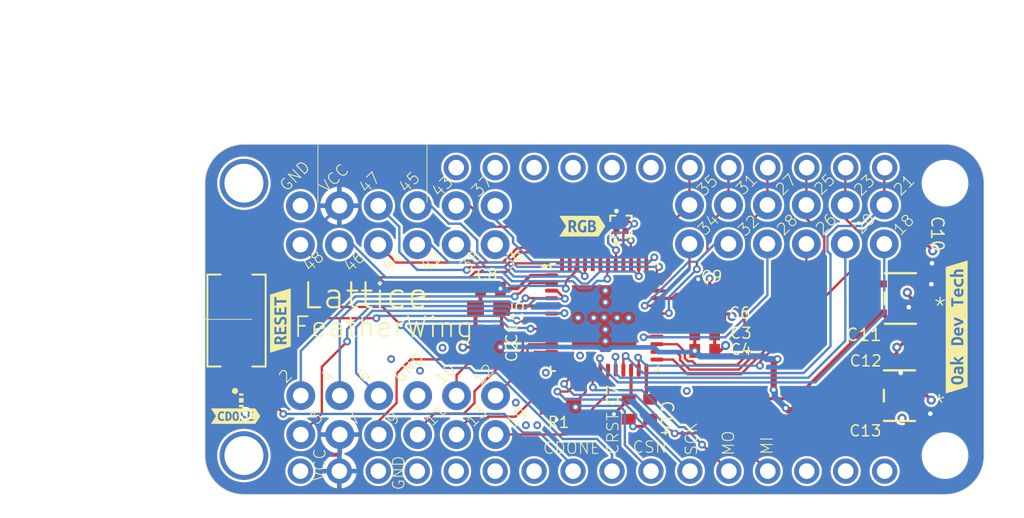
<source format=kicad_pcb>
(kicad_pcb (version 20240108) (generator "pcbnew") (generator_version "8.0")
  (layers (0 "F.Cu" signal) (1 "In1.Cu" signal) (2 "In2.Cu" signal) (31 "B.Cu" signal) (34 "B.Paste" user) (35 "F.Paste" user) (36 "B.SilkS" user "B.Silkscreen") (37 "F.SilkS" user "F.Silks") (38 "B.Mask" user) (39 "F.Mask" user) (44 "Edge.Cuts" user))
  (net 0 "")
  (net 1 "/VCC1_2V")
  (net 2 "/GND")
  (net 3 "/VCC")
  (net 4 "VCC2_5V")
  (net 5 "/CDONE")
  (net 6 "/21")
  (net 7 "/34")
  (net 8 "/28")
  (net 9 "/18")
  (net 10 "/20")
  (net 11 "/23")
  (net 12 "/35")
  (net 13 "/31")
  (net 14 "/25")
  (net 15 "/32")
  (net 16 "/26")
  (net 17 "/27")
  (net 18 "/4")
  (net 19 "/2")
  (net 20 "/13")
  (net 21 "/11")
  (net 22 "/6")
  (net 23 "/19")
  (net 24 "/3")
  (net 25 "/12")
  (net 26 "/10")
  (net 27 "/9")
  (net 28 "/46")
  (net 29 "/42")
  (net 30 "/38")
  (net 31 "/43")
  (net 32 "/36")
  (net 33 "/45")
  (net 34 "/48")
  (net 35 "/37")
  (net 36 "/47")
  (net 37 "/44")
  (net 38 "/CSN")
  (net 39 "/GREEN")
  (net 40 "/BLUE")
  (net 41 "/RED")
  (net 42 "/CRESET_B")
  (net 45 "/MOSI")
  (net 53 "/SCL")
  (net 56 "/VUSB")
  (net 58 "/MISO")
  (footprint "Lattice FPGA feather wing:QFN50P700X700X100-49N" (layer "F.Cu") (at 149.1361 104.8766)
    (property "Reference" "U1" (hide yes))
    (property "Value" "ICE5LP1K-SG48ITR")
  )
  (footprint "Lattice FPGA feather wing:C0402" (layer "F.Cu") (at 168.4401 112.268)
    (property "Reference" "C13")
    (property "Value" "0.47uF")
  )
  (footprint "Lattice FPGA feather wing:C0402" (layer "F.Cu") (at 150.7363 110.871 -90)
    (property "Reference" "C7")
    (property "Value" "0.1uF")
  )
  (footprint "Lattice FPGA feather wing:CHIP-LED0603" (layer "F.Cu") (at 125.6157 110.2868 90)
    (property "Reference" "CDONE0" (hide yes))
    (property "Value" "LEDCHIP-LED0603")
  )
  (footprint "Lattice FPGA feather wing:R0402" (layer "F.Cu") (at 127.3937 110.8202 90)
    (property "Reference" "R2" (hide yes))
    (property "Value" "10k")
  )
  (footprint "Lattice FPGA feather wing:C0402" (layer "F.Cu") (at 155.6893 107.061)
    (property "Reference" "C4")
    (property "Value" "0.1uF")
  )
  (footprint "kibuzzard-661C7431" (layer "F.Cu") (at 125.1 111.32)
    (property "Reference" "kibuzzard-661C7431" (hide yes))
    (property "Value" "G***" (hide yes))
  )
  (footprint "Lattice FPGA feather wing:2X6_NOSILK" (layer "F.Cu") (at 142.0241 97.5868 180)
    (property "Reference" "J5" (hide yes))
    (property "Value" "2X6 FEMALE" (hide yes))
  )
  (footprint "Lattice FPGA feather wing:2X6_NOSILK" (layer "F.Cu") (at 167.3987 97.536 180)
    (property "Reference" "J3" (hide yes))
    (property "Value" "2X6 FEMALE" (hide yes))
  )
  (footprint "Lattice FPGA feather wing:R0603" (layer "F.Cu") (at 146.2913 110.6678 180)
    (property "Reference" "R1")
    (property "Value" "10k")
  )
  (footprint "Lattice FPGA feather wing:C0603" (layer "F.Cu") (at 155.6893 104.648)
    (property "Reference" "C6")
    (property "Value" "4.7uF")
  )
  (footprint "Lattice FPGA feather wing:C0402" (layer "F.Cu") (at 141.59 106.82 180)
    (property "Reference" "C2")
    (property "Value" "0.1uF")
  )
  (footprint "Lattice FPGA feather wing:C0402" (layer "F.Cu") (at 152.13 110.87 -90)
    (property "Reference" "C14")
    (property "Value" "0.1uF")
  )
  (footprint "kibuzzard-661C7456" (layer "F.Cu") (at 128.02 105.08 90)
    (property "Reference" "kibuzzard-661C7456" (hide yes))
    (property "Value" "G***" (hide yes))
  )
  (footprint "Lattice FPGA feather wing:C0402" (layer "F.Cu") (at 168.43 105.93)
    (property "Reference" "C11")
    (property "Value" "1uF")
  )
  (footprint "Lattice FPGA feather wing:DBV5_TEX-L" (layer "F.Cu") (at 168.45 103.64 180)
    (property "Reference" "U3" (hide yes))
    (property "Value" "TLV75533PDBVRDBV5_TEX-L" (hide yes))
  )
  (footprint "Lattice FPGA feather wing:SW_KSR223GLFG" (layer "F.Cu") (at 125.1585 105.0798 90)
    (property "Reference" "S1" (hide yes))
    (property "Value" "KSR223GLFG")
  )
  (footprint "kibuzzard-662D2453" (layer "F.Cu") (at 147.71 98.92)
    (property "Reference" "kibuzzard-662D2453" (hide yes))
    (property "Value" "G***" (hide yes))
  )
  (footprint "Lattice FPGA feather wing:C0402" (layer "F.Cu") (at 141.7193 102.997 180)
    (property "Reference" "C8")
    (property "Value" "0.1uF")
  )
  (footprint "Lattice FPGA feather wing:LED_UHD1110-FKA-CL1A13R3Q1BBQFMF3" (layer "F.Cu") (at 150.2283 98.933 90)
    (property "Reference" "RGB0" (hide yes))
    (property "Value" "UHD1110-FKA-CL1A13R3Q1BBQFMF3")
  )
  (footprint "Lattice FPGA feather wing:C0402" (layer "F.Cu") (at 141.59 105.79 180)
    (property "Reference" "C1")
    (property "Value" "0.1uF")
  )
  (footprint "Lattice FPGA feather wing:C0402" (layer "F.Cu") (at 155.68 103.13)
    (property "Reference" "C9")
    (property "Value" "0.1uF")
  )
  (footprint "Lattice FPGA feather wing:C0603" (layer "F.Cu") (at 141.5923 104.267 180)
    (property "Reference" "C5")
    (property "Value" "4.7uF")
  )
  (footprint "kibuzzard-661C746D" (layer "F.Cu") (at 172.12 105.5 90)
    (property "Reference" "kibuzzard-661C746D" (hide yes))
    (property "Value" "G***" (hide yes))
  )
  (footprint "Lattice FPGA feather wing:DBV5_TEX-L" (layer "F.Cu") (at 168.3893 109.982 180)
    (property "Reference" "U2" (hide yes))
    (property "Value" "TLV75533PDBVRDBV5_TEX-L" (hide yes))
  )
  (footprint "Lattice FPGA feather wing:FEATHER_PINS" (layer "F.Cu") (at 128.1811 113.8936 90)
    (property "Reference" "U$1" (hide yes))
    (property "Value" "FEATHER_BASE" (hide yes))
    (fp_line (start 17.78 -5.08) (end 0 -5.08) (stroke (width 0.0508)) (layer "Edge.Cuts"))
    (fp_line (start -2.54 -2.54) (end -2.54 43.18) (stroke (width 0.0508)) (layer "Edge.Cuts"))
    (fp_line (start 20.32 43.18) (end 20.32 -2.54) (stroke (width 0.0508)) (layer "Edge.Cuts"))
    (fp_line (start 0 45.72) (end 17.78 45.72) (stroke (width 0.0508)) (layer "Edge.Cuts"))
    (fp_arc (start 17.78 -5.08) (mid 19.576051 -4.336051) (end 20.32 -2.54) (stroke (width 0.0508)) (layer "Edge.Cuts"))
    (fp_arc (start -2.54 -2.54) (mid -1.796051 -4.336051) (end 0 -5.08) (stroke (width 0.0508)) (layer "Edge.Cuts"))
    (fp_arc (start 20.32 43.18) (mid 19.576051 44.976051) (end 17.78 45.72) (stroke (width 0.0508)) (layer "Edge.Cuts"))
    (fp_arc (start 0 45.72) (mid -1.796051 44.976051) (end -2.54 43.18) (stroke (width 0.0508)) (layer "Edge.Cuts"))
  )
  (footprint "Lattice FPGA feather wing:C0402" (layer "F.Cu") (at 155.6893 105.918)
    (property "Reference" "C3")
    (property "Value" "0.1uF")
  )
  (footprint "Lattice FPGA feather wing:C0402" (layer "F.Cu") (at 168.3893 107.6706 180)
    (property "Reference" "C12")
    (property "Value" "1uF")
  )
  (footprint "Lattice FPGA feather wing:C0402" (layer "F.Cu") (at 169.69 100.59 90)
    (property "Reference" "C10")
    (property "Value" "1uF")
  )
  (footprint "Lattice FPGA feather wing:2X6_NOSILK" (layer "F.Cu") (at 129.3495 112.522)
    (property "Reference" "J4" (hide yes))
    (property "Value" "2X6 FEMALE" (hide yes))
  )
  (gr_text "45" (at 136.2075 96.901 45) (layer "F.SilkS") (effects (font (size 0.747776 0.747776) (thickness 0.065024)) (justify left bottom)))
  (gr_text "FeatherWing" (at 128.7907 106.2736 0) (layer "F.SilkS") (effects (font (size 1.308608 1.308608) (thickness 0.113792)) (justify left bottom)))
  (gr_text "4" (at 131.1275 109.3216 45) (layer "F.SilkS") (effects (font (size 0.747776 0.747776) (thickness 0.065024)) (justify left bottom)))
  (gr_text "CRST" (at 149.26 111.03 90) (layer "F.SilkS") (effects (font (size 0.747776 0.747776) (thickness 0.065024)) (justify right top)))
  (gr_text "9" (at 135.3947 112.0648 45) (layer "F.SilkS") (effects (font (size 0.747776 0.747776) (thickness 0.065024)) (justify left bottom)))
  (gr_text "3" (at 130.3909 112.014 45) (layer "F.SilkS") (effects (font (size 0.747776 0.747776) (thickness 0.065024)) (justify left bottom)))
  (gr_text "18" (at 168.4401 99.6696 45) (layer "F.SilkS") (effects (font (size 0.747776 0.747776) (thickness 0.065024)) (justify left bottom)))
  (gr_text "21" (at 168.4655 97.0788 45) (layer "F.SilkS") (effects (font (size 0.747776 0.747776) (thickness 0.065024)) (justify left bottom)))
  (gr_text "20" (at 165.9001 99.5934 45) (layer "F.SilkS") (effects (font (size 0.747776 0.747776) (thickness 0.065024)) (justify left bottom)))
  (gr_text "MI" (at 160.18 113.89 90) (layer "F.SilkS") (effects (font (size 0.747776 0.747776) (thickness 0.065024)) (justify left bottom)))
  (gr_text "10" (at 138.5697 109.4232 45) (layer "F.SilkS") (effects (font (size 0.747776 0.747776) (thickness 0.065024)) (justify left bottom)))
  (gr_text "46" (at 132.6261 102.0826 45) (layer "F.SilkS") (effects (font (size 0.747776 0.747776) (thickness 0.065024)) (justify left bottom)))
  (gr_text "27" (at 160.7693 97.0534 45) (layer "F.SilkS") (effects (font (size 0.747776 0.747776) (thickness 0.065024)) (justify left bottom)))
  (gr_text "11" (at 137.9093 112.1156 45) (layer "F.SilkS") (effects (font (size 0.747776 0.747776) (thickness 0.065024)) (justify left bottom)))
  (gr_text "28" (at 160.8455 99.6696 45) (layer "F.SilkS") (effects (font (size 0.747776 0.747776) (thickness 0.065024)) (justify left bottom)))
  (gr_text "38" (at 140.2207 102.0318 45) (layer "F.SilkS") (effects (font (size 0.747776 0.747776) (thickness 0.065024)) (justify left bottom)))
  (gr_text "V" (at 132.8293 112.0902 45) (layer "F.SilkS") (effects (font (size 0.747776 0.747776) (thickness 0.065024)) (justify left bottom)))
  (gr_text "VCC" (at 131.0513 96.901 45) (layer "F.SilkS") (effects (font (size 0.747776 0.747776) (thickness 0.065024)) (justify left bottom)))
  (gr_text "25" (at 163.2839 97.028 45) (layer "F.SilkS") (effects (font (size 0.747776 0.747776) (thickness 0.065024)) (justify left bottom)))
  (gr_text "23" (at 165.8747 97.1042 45) (layer "F.SilkS") (effects (font (size 0.747776 0.747776) (thickness 0.065024)) (justify left bottom)))
  (gr_text "48" (at 129.9591 102.0572 45) (layer "F.SilkS") (effects (font (size 0.747776 0.747776) (thickness 0.065024)) (justify left bottom)))
  (gr_text "13" (at 140.5763 112.1664 45) (layer "F.SilkS") (effects (font (size 0.747776 0.747776) (thickness 0.065024)) (justify left bottom)))
  (gr_text "GND" (at 135.8773 109.2962 45) (layer "F.SilkS") (effects (font (size 0.747776 0.747776) (thickness 0.065024)) (justify left bottom)))
  (gr_text "2" (at 128.3843 109.2962 45) (layer "F.SilkS") (effects (font (size 0.747776 0.747776) (thickness 0.065024)) (justify left bottom)))
  (gr_text "44" (at 135.1153 102.0826 45) (layer "F.SilkS") (effects (font (size 0.747776 0.747776) (thickness 0.065024)) (justify left bottom)))
  (gr_text "VCC" (at 131.0259 115.5954 90) (layer "F.SilkS") (effects (font (size 0.747776 0.747776) (thickness 0.065024)) (justify left bottom)))
  (gr_text "34" (at 155.7147 99.6696 45) (layer "F.SilkS") (effects (font (size 0.747776 0.747776) (thickness 0.065024)) (justify left bottom)))
  (gr_text "36" (at 142.9385 101.9048 45) (layer "F.SilkS") (effects (font (size 0.747776 0.747776) (thickness 0.065024)) (justify left bottom)))
  (gr_text "37" (at 140.9573 97.155 45) (layer "F.SilkS") (effects (font (size 0.747776 0.747776) (thickness 0.065024)) (justify left bottom)))
  (gr_text "47" (at 133.6167 96.9264 45) (layer "F.SilkS") (effects (font (size 0.747776 0.747776) (thickness 0.065024)) (justify left bottom)))
  (gr_text "43" (at 138.3665 97.1804 45) (layer "F.SilkS") (effects (font (size 0.747776 0.747776) (thickness 0.065024)) (justify left bottom)))
  (gr_text "12" (at 141.0589 109.4486 45) (layer "F.SilkS") (effects (font (size 0.747776 0.747776) (thickness 0.065024)) (justify left bottom)))
  (gr_text "6" (at 133.5151 109.2962 45) (layer "F.SilkS") (effects (font (size 0.747776 0.747776) (thickness 0.065024)) (justify left bottom)))
  (gr_text "GND" (at 128.4351 96.7994 45) (layer "F.SilkS") (effects (font (size 0.747776 0.747776) (thickness 0.065024)) (justify left bottom)))
  (gr_text "35" (at 155.6385 97.1042 45) (layer "F.SilkS") (effects (font (size 0.747776 0.747776) (thickness 0.065024)) (justify left bottom)))
  (gr_text "CDONE" (at 148.92 112.97 0) (layer "F.SilkS") (effects (font (size 0.747776 0.747776) (thickness 0.065024)) (justify right top)))
  (gr_text "19" (at 143.2179 112.268 45) (layer "F.SilkS") (effects (font (size 0.747776 0.747776) (thickness 0.065024)) (justify left bottom)))
  (gr_text "CSN" (at 153.27 112.9 0) (layer "F.SilkS") (effects (font (size 0.747776 0.747776) (thickness 0.065024)) (justify right top)))
  (gr_text "42" (at 137.6553 102.0826 45) (layer "F.SilkS") (effects (font (size 0.747776 0.747776) (thickness 0.065024)) (justify left bottom)))
  (gr_text "32" (at 158.3309 99.7204 45) (layer "F.SilkS") (effects (font (size 0.747776 0.747776) (thickness 0.065024)) (justify left bottom)))
  (gr_text "26" (at 163.3855 99.6188 45) (layer "F.SilkS") (effects (font (size 0.747776 0.747776) (thickness 0.065024)) (justify left bottom)))
  (gr_text "GND" (at 136.17 116.21 90) (layer "F.SilkS") (effects (font (size 0.747776 0.747776) (thickness 0.065024)) (justify left bottom)))
  (gr_text "SCK" (at 155.2575 113.9444 90) (layer "F.SilkS") (effects (font (size 0.747776 0.747776) (thickness 0.065024)) (justify left bottom)))
  (gr_text "31" (at 158.2039 97.028 45) (layer "F.SilkS") (effects (font (size 0.747776 0.747776) (thickness 0.065024)) (justify left bottom)))
  (gr_text "Lattice" (at 129.3495 104.4194 0) (layer "F.SilkS") (effects (font (size 1.63576 1.63576) (thickness 0.14224)) (justify left bottom)))
  (gr_text "MO" (at 157.6705 113.9444 90) (layer "F.SilkS") (effects (font (size 0.747776 0.747776) (thickness 0.065024)) (justify left bottom)))
  (via (at 145.3261 108.4834) (size 0.508) (drill 0.254) (layers "F.Cu" "B.Cu") (net 0))
  (segment (start 142.3693 106.807) (end 142.3693 105.791) (width 0.2032) (layer "F.Cu") (net 1))
  (segment (start 160.1851 109.601) (end 160.1851 107.8484) (width 0.4064) (layer "F.Cu") (net 1))
  (segment (start 161.1097 110.932) (end 160.9725 110.7948) (width 0.4064) (layer "F.Cu") (net 1))
  (segment (start 142.4423 105.718) (end 142.3693 105.791) (width 0.2032) (layer "F.Cu") (net 1))
  (segment (start 142.4423 104.267) (end 142.4423 105.718) (width 0.2032) (layer "F.Cu") (net 1))
  (segment (start 167.7901 111.59645) (end 167.7901 112.268) (width 0.4064) (layer "F.Cu") (net 1))
  (segment (start 167.12565 110.932) (end 167.7901 111.59645) (width 0.4064) (layer "F.Cu") (net 1))
  (segment (start 167.12565 110.932) (end 161.1097 110.932) (width 0.4064) (layer "F.Cu") (net 1))
  (segment (start 145.7011 104.1266) (end 142.5827 104.1266) (width 0.2032) (layer "F.Cu") (net 1))
  (segment (start 154.8393 104.648) (end 154.3607 105.1266) (width 0.2032) (layer "F.Cu") (net 1))
  (segment (start 160.1851 107.8484) (end 160.4391 107.5944) (width 0.4064) (layer "F.Cu") (net 1))
  (segment (start 142.3693 106.934) (end 142.3693 106.807) (width 0.4064) (layer "F.Cu") (net 1))
  (segment (start 155.0393 105.918) (end 155.0393 104.848) (width 0.2032) (layer "F.Cu") (net 1))
  (segment (start 155.0393 104.848) (end 154.8393 104.648) (width 0.2032) (layer "F.Cu") (net 1))
  (segment (start 154.3607 105.1266) (end 152.5711 105.1266) (width 0.2032) (layer "F.Cu") (net 1))
  (segment (start 155.0393 107.061) (end 155.0393 105.918) (width 0.2032) (layer "F.Cu") (net 1))
  (segment (start 142.5827 104.1266) (end 142.4423 104.267) (width 0.2032) (layer "F.Cu") (net 1))
  (segment (start 152.5711 105.6266) (end 152.5711 105.1266) (width 0.2032) (layer "F.Cu") (net 1))
  (via (at 142.3693 106.807) (size 0.508) (drill 0.254) (layers "F.Cu" "B.Cu") (net 1))
  (via (at 160.1851 109.601) (size 0.508) (drill 0.254) (layers "F.Cu" "B.Cu") (net 1))
  (via (at 155.0393 107.061) (size 0.508) (drill 0.254) (layers "F.Cu" "B.Cu") (net 1))
  (via (at 160.9725 110.7948) (size 0.508) (drill 0.254) (layers "F.Cu" "B.Cu") (net 1))
  (via (at 160.4391 107.5944) (size 0.508) (drill 0.254) (layers "F.Cu" "B.Cu") (net 1))
  (segment (start 155.3949 107.4166) (end 155.0393 107.061) (width 0.4064) (layer "B.Cu") (net 1))
  (segment (start 160.2613 109.6772) (end 160.1851 109.601) (width 0.4064) (layer "B.Cu") (net 1))
  (segment (start 149.596168 106.8324) (end 152.3873 106.8324) (width 0.3048) (layer "B.Cu") (net 1))
  (segment (start 160.4391 107.5944) (end 159.721618 107.5944) (width 0.4064) (layer "B.Cu") (net 1))
  (segment (start 149.443768 106.9848) (end 149.596168 106.8324) (width 0.3048) (layer "B.Cu") (net 1))
  (segment (start 148.803031 106.807) (end 148.980831 106.9848) (width 0.3048) (layer "B.Cu") (net 1))
  (segment (start 159.721618 107.5944) (end 159.543818 107.4166) (width 0.4064) (layer "B.Cu") (net 1))
  (segment (start 142.3693 106.807) (end 148.803031 106.807) (width 0.3048) (layer "B.Cu") (net 1))
  (segment (start 154.9631 107.1372) (end 155.0393 107.061) (width 0.3048) (layer "B.Cu") (net 1))
  (segment (start 148.980831 106.9848) (end 149.443768 106.9848) (width 0.3048) (layer "B.Cu") (net 1))
  (segment (start 159.543818 107.4166) (end 155.3949 107.4166) (width 0.4064) (layer "B.Cu") (net 1))
  (segment (start 152.6921 107.1372) (end 154.9631 107.1372) (width 0.3048) (layer "B.Cu") (net 1))
  (segment (start 160.9725 110.7948) (end 160.2613 110.0836) (width 0.4064) (layer "B.Cu") (net 1))
  (segment (start 160.2613 110.0836) (end 160.2613 109.6772) (width 0.4064) (layer "B.Cu") (net 1))
  (segment (start 152.3873 106.8324) (end 152.6921 107.1372) (width 0.3048) (layer "B.Cu") (net 1))
  (segment (start 169.0901 111.9901) (end 168.56 111.46) (width 0.2) (layer "F.Cu") (net 2))
  (segment (start 156.5393 104.648) (end 157.308 104.648) (width 0.2) (layer "F.Cu") (net 2))
  (segment (start 170.59 100.53) (end 170.59 100.53) (width 0.2) (layer "F.Cu") (net 2))
  (segment (start 141.0693 102.997) (end 141.0693 104.267) (width 0.254) (layer "F.Cu") (net 2))
  (segment (start 140.7423 105.791) (end 141.0693 105.791) (width 0.254) (layer "F.Cu") (net 2))
  (segment (start 151.0157 111.9886) (end 151.6614 111.9886) (width 0.2) (layer "F.Cu") (net 2))
  (segment (start 156.3393 105.918) (end 156.3393 107.061) (width 0.2) (layer "F.Cu") (net 2))
  (segment (start 170.172 109.982) (end 170.46 110.27) (width 0.2) (layer "F.Cu") (net 2))
  (segment (start 124.8657 110.2868) (end 124.8657 110.2957) (width 0.2) (layer "F.Cu") (net 2))
  (segment (start 156.3393 107.061) (end 156.699 107.061) (width 0.2) (layer "F.Cu") (net 2))
  (segment (start 170.56 100.53) (end 170.59 100.53) (width 0.2) (layer "F.Cu") (net 2))
  (segment (start 140.7423 104.267) (end 140.7423 105.791) (width 0.254) (layer "F.Cu") (net 2))
  (segment (start 125.1585 109.994) (end 124.8657 110.2868) (width 0.2) (layer "F.Cu") (net 2))
  (segment (start 141.0693 105.791) (end 141.0693 106.934) (width 0.254) (layer "F.Cu") (net 2))
  (segment (start 156.01 102.9217) (end 156.4663 103.378) (width 0.2) (layer "F.Cu") (net 2))
  (segment (start 169.69 99.94) (end 170 99.94) (width 0.2) (layer "F.Cu") (net 2))
  (segment (start 169.65295 109.982) (end 170.172 109.982) (width 0.2) (layer "F.Cu") (net 2))
  (segment (start 168.361 106.82) (end 169.04 106.141) (width 0.2) (layer "F.Cu") (net 2))
  (segment (start 170.56 100.5) (end 170.56 100.53) (width 0.2) (layer "F.Cu") (net 2))
  (segment (start 169.0901 112.268) (end 169.0901 111.9901) (width 0.2) (layer "F.Cu") (net 2))
  (segment (start 169.17 103.64) (end 169.71365 103.64) (width 0.2) (layer "F.Cu") (net 2))
  (segment (start 151.6614 111.9886) (end 152.13 111.52) (width 0.2) (layer "F.Cu") (net 2))
  (segment (start 168.9 103.37) (end 169.17 103.64) (width 0.2) (layer "F.Cu") (net 2))
  (segment (start 156.699 107.061) (end 157.05 106.71) (width 0.2) (layer "F.Cu") (net 2))
  (segment (start 141.0693 104.267) (end 140.7423 104.267) (width 0.254) (layer "F.Cu") (net 2))
  (segment (start 139.92 106.82) (end 140.9553 106.82) (width 0.2) (layer "F.Cu") (net 2))
  (segment (start 168.9 103.25) (end 168.9 103.37) (width 0.2) (layer "F.Cu") (net 2))
  (segment (start 157.308 104.648) (end 157.47 104.81) (width 0.2) (layer "F.Cu") (net 2))
  (segment (start 170 99.94) (end 170.56 100.5) (width 0.2) (layer "F.Cu") (net 2))
  (segment (start 156.01 102.33) (end 156.01 102.9217) (width 0.2) (layer "F.Cu") (net 2))
  (segment (start 124.8657 110.2957) (end 125.74 111.17) (width 0.2) (layer "F.Cu") (net 2))
  (segment (start 168.22 106.82) (end 168.22 107.1899) (width 0.2) (layer "F.Cu") (net 2))
  (segment (start 125.1585 108.5798) (end 125.1585 109.994) (width 0.2) (layer "F.Cu") (net 2))
  (segment (start 168.22 107.1899) (end 167.7393 107.6706) (width 0.2) (layer "F.Cu") (net 2))
  (segment (start 168.22 106.82) (end 168.361 106.82) (width 0.2) (layer "F.Cu") (net 2))
  (segment (start 140.9553 106.82) (end 141.0693 106.934) (width 0.2) (layer "F.Cu") (net 2))
  (via (at 157.47 104.81) (size 0.6) (drill 0.3) (layers "F.Cu" "B.Cu") (net 2))
  (via (at 154.5209 109.6772) (size 0.508) (drill 0.254) (layers "F.Cu" "B.Cu") (net 2))
  (via (at 144.7673 111.9124) (size 0.508) (drill 0.254) (layers "F.Cu" "B.Cu") (net 2))
  (via (at 125.74 111.17) (size 0.6) (drill 0.3) (layers "F.Cu" "B.Cu") (net 2))
  (via (at 168.9 103.25) (size 0.6) (drill 0.3) (layers "F.Cu" "B.Cu") (net 2))
  (via (at 137.1219 108.3564) (size 0.508) (drill 0.254) (layers "F.Cu" "B.Cu") (net 2))
  (via (at 149.9743 104.902) (size 0.508) (drill 0.254) (layers "F.Cu" "B.Cu") (net 2))
  (via (at 139.92 106.82) (size 0.6) (drill 0.3) (layers "F.Cu" "B.Cu") (net 2))
  (via (at 135.2423 107.5944) (size 0.508) (drill 0.254) (layers "F.Cu" "B.Cu") (net 2))
  (via (at 143.3703 110.4392) (size 0.508) (drill 0.254) (layers "F.Cu" "B.Cu") (net 2))
  (via (at 149.2123 103.124) (size 0.508) (drill 0.254) (layers "F.Cu" "B.Cu") (net 2))
  (via (at 147.4343 104.902) (size 0.508) (drill 0.254) (layers "F.Cu" "B.Cu") (net 2))
  (via (at 151.0157 111.9886) (size 0.508) (drill 0.254) (layers "F.Cu" "B.Cu") (net 2))
  (via (at 150.7363 104.902) (size 0.508) (drill 0.254) (layers "F.Cu" "B.Cu") (net 2))
  (via (at 170.46 110.27) (size 0.6) (drill 0.3) (layers "F.Cu" "B.Cu") (net 2))
  (via (at 149.2123 103.886) (size 0.508) (drill 0.254) (layers "F.Cu" "B.Cu") (net 2))
  (via (at 148.4503 104.902) (size 0.508) (drill 0.254) (layers "F.Cu" "B.Cu") (net 2))
  (via (at 138.5951 106.8578) (size 0.508) (drill 0.254) (layers "F.Cu" "B.Cu") (net 2))
  (via (at 149.1361 104.8766) (size 0.508) (drill 0.254) (layers "F.Cu" "B.Cu") (net 2))
  (via (at 149.2123 105.664) (size 0.508) (drill 0.254) (layers "F.Cu" "B.Cu") (net 2))
  (via (at 170.56 100.53) (size 0.6) (drill 0.3) (layers "F.Cu" "B.Cu") (net 2))
  (via (at 156.01 102.33) (size 0.508) (drill 0.254) (layers "F.Cu" "B.Cu") (net 2))
  (via (at 149.2123 106.426) (size 0.508) (drill 0.254) (layers "F.Cu" "B.Cu") (net 2))
  (via (at 144.0307 111.9124) (size 0.508) (drill 0.254) (layers "F.Cu" "B.Cu") (net 2))
  (via (at 168.56 111.46) (size 0.6) (drill 0.3) (layers "F.Cu" "B.Cu") (net 2))
  (via (at 168.22 106.82) (size 0.6) (drill 0.3) (layers "F.Cu" "B.Cu") (net 2))
  (via (at 147.5613 107.3658) (size 0.508) (drill 0.254) (layers "F.Cu" "B.Cu") (net 2))
  (via (at 157.05 106.71) (size 0.6) (drill 0.3) (layers "F.Cu" "B.Cu") (net 2))
  (segment (start 169.0393 107.9307) (end 168.47 108.5) (width 0.2) (layer "F.Cu") (net 3))
  (segment (start 152.5765 103.632) (end 153.5811 103.632) (width 0.2032) (layer "F.Cu") (net 3))
  (segment (start 169.73365 102.71) (end 169.71365 102.69) (width 0.2) (layer "F.Cu") (net 3))
  (segment (start 128.1303 112.0568) (end 128.1303 113.027013) (width 0.254) (layer "F.Cu") (net 3))
  (segment (start 131.7625 113.8428) (end 131.8641 113.9444) (width 0.254) (layer "F.Cu") (net 3))
  (segment (start 169.0393 107.6706) (end 169.0393 107.9307) (width 0.2) (layer "F.Cu") (net 3))
  (segment (start 169.79 101.34) (end 169.69 101.24) (width 0.2) (layer "F.Cu") (net 3))
  (segment (start 145.4413 110.6678) (end 146.0373 111.2638) (width 0.1524) (layer "F.Cu") (net 3))
  (segment (start 169.65295 109.032) (end 169.002 109.032) (width 0.2) (layer "F.Cu") (net 3))
  (segment (start 155.1663 102.8437) (end 155.1663 103.378) (width 0.3048) (layer "F.Cu") (net 3))
  (segment (start 131.8895 112.522) (end 131.8641 112.5474) (width 0.254) (layer "F.Cu") (net 3))
  (segment (start 131.8641 112.5474) (end 131.8641 113.9444) (width 0.254) (layer "F.Cu") (net 3))
  (segment (start 169.65295 110.932) (end 170.172 110.932) (width 0.2) (layer "F.Cu") (net 3))
  (segment (start 149.93 97.93) (end 149.9283 97.9317) (width 0.2) (layer "F.Cu") (net 3))
  (segment (start 144.3423 102.1266) (end 145.7011 102.1266) (width 0.2032) (layer "F.Cu") (net 3))
  (segment (start 149.9283 97.9317) (end 149.9283 98.633) (width 0.2) (layer "F.Cu") (net 3))
  (segment (start 169.38 104.59) (end 169 104.21) (width 0.2) (layer "F.Cu") (net 3))
  (segment (start 169.002 109.032) (end 168.47 108.5) (width 0.2) (layer "F.Cu") (net 3))
  (segment (start 155.260974 102.749026) (end 155.1663 102.8437) (width 0.3048) (layer "F.Cu") (net 3))
  (segment (start 128.1303 113.027013) (end 128.844487 113.7412) (width 0.254) (layer "F.Cu") (net 3))
  (segment (start 146.0373 111.2638) (end 146.0373 111.5568) (width 0.1524) (layer "F.Cu") (net 3))
  (segment (start 153.5811 103.632) (end 153.8351 103.378) (width 0.2032) (layer "F.Cu") (net 3))
  (segment (start 153.8351 103.378) (end 155.1663 103.378) (width 0.2032) (layer "F.Cu") (net 3))
  (segment (start 170.51 101.34) (end 169.79 101.34) (width 0.2) (layer "F.Cu") (net 3))
  (segment (start 127.3937 111.3202) (end 128.1303 112.0568) (width 0.254) (layer "F.Cu") (net 3))
  (segment (start 169.69 101.24) (end 169.69 102.66635) (width 0.2) (layer "F.Cu") (net 3))
  (segment (start 170.172 110.932) (end 170.4 111.16) (width 0.2) (layer "F.Cu") (net 3))
  (segment (start 128.844487 113.7412) (end 129.8147 113.7412) (width 0.254) (layer "F.Cu") (net 3))
  (segment (start 155.260974 102.382579) (end 155.260974 102.749026) (width 0.3048) (layer "F.Cu") (net 3))
  (segment (start 152.5711 103.6266) (end 152.5765 103.632) (width 0.2032) (layer "F.Cu") (net 3))
  (segment (start 150.8861 110.221) (end 150.7363 110.221) (width 0.2032) (layer "F.Cu") (net 3))
  (segment (start 142.3693 102.997) (end 143.4719 102.997) (width 0.2032) (layer "F.Cu") (net 3))
  (segment (start 144.3423 102.1266) (end 143.4719 102.997) (width 0.2032) (layer "F.Cu") (net 3))
  (segment (start 169.71365 104.59) (end 169.38 104.59) (width 0.2) (layer "F.Cu") (net 3))
  (segment (start 150.8861 108.3116) (end 150.8861 110.221) (width 0.2032) (layer "F.Cu") (net 3))
  (segment (start 129.9163 113.8428) (end 131.7625 113.8428) (width 0.254) (layer "F.Cu") (net 3))
  (segment (start 169.69 102.66635) (end 169.71365 102.69) (width 0.2) (layer "F.Cu") (net 3))
  (segment (start 149.76865 111.18865) (end 150.7363 110.221) (width 0.2032) (layer "F.Cu") (net 3))
  (segment (start 131.8641 113.9444) (end 131.8641 114.9096) (width 0.254) (layer "F.Cu") (net 3))
  (segment (start 169.71365 101.26365) (end 169.69 101.24) (width 0.508) (layer "F.Cu") (net 3))
  (segment (start 129.8147 113.7412) (end 129.9163 113.8428) (width 0.254) (layer "F.Cu") (net 3))
  (segment (start 170.47 102.71) (end 169.73365 102.71) (width 0.2) (layer "F.Cu") (net 3))
  (via (at 169 104.21) (size 0.6) (drill 0.3) (layers "F.Cu" "B.Cu") (net 3))
  (via (at 155.260974 102.382579) (size 0.508) (drill 0.254) (layers "F.Cu" "B.Cu") (net 3))
  (via (at 170.4 111.16) (size 0.6) (drill 0.3) (layers "F.Cu" "B.Cu") (net 3))
  (via (at 149.76865 111.18865) (size 0.508) (drill 0.254) (layers "F.Cu" "B.Cu") (net 3))
  (via (at 170.47 102.71) (size 0.6) (drill 0.3) (layers "F.Cu" "B.Cu") (net 3))
  (via (at 149.93 97.93) (size 0.6) (drill 0.3) (layers "F.Cu" "B.Cu") (net 3))
  (via (at 142.3693 102.997) (size 0.508) (drill 0.254) (layers "F.Cu" "B.Cu") (net 3))
  (via (at 146.0373 111.5568) (size 0.508) (drill 0.254) (layers "F.Cu" "B.Cu") (net 3))
  (via (at 170.51 101.34) (size 0.6) (drill 0.3) (layers "F.Cu" "B.Cu") (net 3))
  (via (at 168.47 108.5) (size 0.6) (drill 0.3) (layers "F.Cu" "B.Cu") (net 3))
  (segment (start 130.6703 98.7806) (end 131.8641 97.5868) (width 0.2032) (layer "B.Cu") (net 3))
  (segment (start 131.8133 102.9462) (end 130.6703 101.8032) (width 0.2032) (layer "B.Cu") (net 3))
  (segment (start 130.6703 101.8032) (end 130.6703 98.7806) (width 0.2032) (layer "B.Cu") (net 3))
  (segment (start 167.74 106.141) (end 167.74 105.14365) (width 0.2) (layer "F.Cu") (net 4))
  (segment (start 152.1664 110.1836) (end 152.13 110.22) (width 0.2) (layer "F.Cu") (net 4))
  (segment (start 152.13 110.22) (end 151.8861 109.9761) (width 0.2) (layer "F.Cu") (net 4))
  (segment (start 167.74 105.14365) (end 167.18635 104.59) (width 0.2) (layer "F.Cu") (net 4))
  (segment (start 151.8861 109.9761) (end 151.8861 108.3116) (width 0.2) (layer "F.Cu") (net 4))
  (segment (start 167.18635 104.59) (end 161.59275 110.1836) (width 0.2) (layer "F.Cu") (net 4))
  (segment (start 161.59275 110.1836) (end 152.1664 110.1836) (width 0.2) (layer "F.Cu") (net 4))
  (segment (start 126.3657 110.2868) (end 127.3603 110.2868) (width 0.1524) (layer "F.Cu") (net 5))
  (segment (start 145.7011 105.1266) (end 143.4679 105.1266) (width 0.1524) (layer "F.Cu") (net 5))
  (segment (start 128.2065 111.133) (end 128.2065 111.1758) (width 0.1524) (layer "F.Cu") (net 5))
  (segment (start 127.3937 107.6452) (end 127.3937 110.3202) (width 0.1524) (layer "F.Cu") (net 5))
  (segment (start 143.4679 105.1266) (end 143.4211 105.0798) (width 0.1524) (layer "F.Cu") (net 5))
  (segment (start 127.3603 110.2868) (end 127.3937 110.3202) (width 0.1524) (layer "F.Cu") (net 5))
  (segment (start 134.2771 104.9274) (end 130.1115 104.9274) (width 0.1524) (layer "F.Cu") (net 5))
  (segment (start 127.3937 110.3202) (end 128.2065 111.133) (width 0.1524) (layer "F.Cu") (net 5))
  (segment (start 130.1115 104.9274) (end 127.3937 107.6452) (width 0.1524) (layer "F.Cu") (net 5))
  (via (at 128.2065 111.1758) (size 0.508) (drill 0.254) (layers "F.Cu" "B.Cu") (net 5))
  (via (at 143.4211 105.0798) (size 0.508) (drill 0.254) (layers "F.Cu" "B.Cu") (net 5))
  (via (at 134.2771 104.9274) (size 0.508) (drill 0.254) (layers "F.Cu" "B.Cu") (net 5))
  (segment (start 142.8623 105.0798) (end 142.5575 104.775) (width 0.1524) (layer "B.Cu") (net 5))
  (segment (start 142.5575 104.775) (end 134.4295 104.775) (width 0.1524) (layer "B.Cu") (net 5))
  (segment (start 147.1041 114.5794) (end 147.1041 114.9096) (width 0.1524) (layer "B.Cu") (net 5))
  (segment (start 143.8308 112.395) (end 144.9197 112.395) (width 0.1524) (layer "B.Cu") (net 5))
  (segment (start 143.4211 105.0798) (end 142.8623 105.0798) (width 0.1524) (layer "B.Cu") (net 5))
  (segment (start 134.4295 104.775) (end 134.2771 104.9274) (width 0.1524) (layer "B.Cu") (net 5))
  (segment (start 144.9197 112.395) (end 147.1041 114.5794) (width 0.1524) (layer "B.Cu") (net 5))
  (segment (start 128.2065 111.1758) (end 142.6116 111.1758) (width 0.1524) (layer "B.Cu") (net 5))
  (segment (start 142.6116 111.1758) (end 143.8308 112.395) (width 0.1524) (layer "B.Cu") (net 5))
  (segment (start 150.3861 107.5382) (end 150.3861 108.3116) (width 0.1524) (layer "F.Cu") (net 6))
  (segment (start 167.3987 97.536) (end 167.3987 95.123) (width 0.1524) (layer "F.Cu") (net 6))
  (segment (start 150.5331 107.3912) (end 150.3861 107.5382) (width 0.1524) (layer "F.Cu") (net 6))
  (segment (start 167.3987 95.123) (end 167.4241 95.0976) (width 0.1524) (layer "F.Cu") (net 6))
  (via (at 150.5331 107.3912) (size 0.508) (drill 0.254) (layers "F.Cu" "B.Cu") (net 6))
  (segment (start 166.0271 98.9076) (end 164.374731 98.9076) (width 0.1524) (layer "B.Cu") (net 6))
  (segment (start 163.8935 100.763169) (end 163.8935 106.7562) (width 0.1524) (layer "B.Cu") (net 6))
  (segment (start 163.8935 106.7562) (end 162.1409 108.5088) (width 0.1524) (layer "B.Cu") (net 6))
  (segment (start 164.374731 98.9076) (end 163.6903 99.592032) (width 0.1524) (layer "B.Cu") (net 6))
  (segment (start 151.6507 108.5088) (end 150.5331 107.3912) (width 0.1524) (layer "B.Cu") (net 6))
  (segment (start 163.6903 99.592032) (end 163.6903 100.559969) (width 0.1524) (layer "B.Cu") (net 6))
  (segment (start 163.6903 100.559969) (end 163.8935 100.763169) (width 0.1524) (layer "B.Cu") (net 6))
  (segment (start 167.3987 97.536) (end 166.0271 98.9076) (width 0.1524) (layer "B.Cu") (net 6))
  (segment (start 162.1409 108.5088) (end 151.6507 108.5088) (width 0.1524) (layer "B.Cu") (net 6))
  (segment (start 154.6987 101.6254) (end 154.6987 100.076) (width 0.1524) (layer "F.Cu") (net 7))
  (segment (start 152.5711 103.1266) (end 153.1975 103.1266) (width 0.1524) (layer "F.Cu") (net 7))
  (segment (start 153.1975 103.1266) (end 154.6987 101.6254) (width 0.1524) (layer "F.Cu") (net 7))
  (segment (start 151.7469 106.1266) (end 151.7015 106.172) (width 0.1524) (layer "F.Cu") (net 8))
  (segment (start 152.5711 106.1266) (end 151.7469 106.1266) (width 0.1524) (layer "F.Cu") (net 8))
  (via (at 151.7015 106.172) (size 0.508) (drill 0.254) (layers "F.Cu" "B.Cu") (net 8))
  (segment (start 151.7015 106.172) (end 157.0355 106.172) (width 0.1524) (layer "B.Cu") (net 8))
  (segment (start 159.7787 103.4288) (end 159.7787 100.076) (width 0.1524) (layer "B.Cu") (net 8))
  (segment (start 157.0355 106.172) (end 159.7787 103.4288) (width 0.1524) (layer "B.Cu") (net 8))
  (segment (start 148.8527 107.5436) (end 148.8527 108.2782) (width 0.1524) (layer "F.Cu") (net 9))
  (segment (start 148.8861 108.3116) (end 148.8527 108.2782) (width 0.1524) (layer "F.Cu") (net 9))
  (via (at 148.8527 107.5436) (size 0.508) (drill 0.254) (layers "F.Cu" "B.Cu") (net 9))
  (segment (start 150.0211 109.1184) (end 148.8527 107.95) (width 0.1524) (layer "B.Cu") (net 9))
  (segment (start 162.9029 109.1184) (end 150.0211 109.1184) (width 0.1524) (layer "B.Cu") (net 9))
  (segment (start 167.3987 104.6226) (end 167.3987 100.076) (width 0.1524) (layer "B.Cu") (net 9))
  (segment (start 148.8527 107.5436) (end 148.8527 107.95) (width 0.1524) (layer "B.Cu") (net 9))
  (segment (start 162.9029 109.1184) (end 167.3987 104.6226) (width 0.1524) (layer "B.Cu") (net 9))
  (segment (start 149.8861 108.3116) (end 149.8727 108.2982) (width 0.1524) (layer "F.Cu") (net 10))
  (segment (start 149.8727 108.2982) (end 149.8727 107.442) (width 0.1524) (layer "F.Cu") (net 10))
  (via (at 149.8727 107.442) (size 0.508) (drill 0.254) (layers "F.Cu" "B.Cu") (net 10))
  (segment (start 149.8727 108.5088) (end 150.1775 108.8136) (width 0.1524) (layer "B.Cu") (net 10))
  (segment (start 164.8587 106.4006) (end 164.8587 100.076) (width 0.1524) (layer "B.Cu") (net 10))
  (segment (start 150.1775 108.8136) (end 162.4457 108.8136) (width 0.1524) (layer "B.Cu") (net 10))
  (segment (start 162.4457 108.8136) (end 164.8587 106.4006) (width 0.1524) (layer "B.Cu") (net 10))
  (segment (start 149.8727 107.442) (end 149.8727 108.5088) (width 0.1524) (layer "B.Cu") (net 10))
  (segment (start 166.0271 101.038969) (end 159.291312 107.774757) (width 0.1524) (layer "F.Cu") (net 11))
  (segment (start 164.8587 97.536) (end 164.8587 95.123) (width 0.1524) (layer "F.Cu") (net 11))
  (segment (start 164.8587 95.123) (end 164.8841 95.0976) (width 0.1524) (layer "F.Cu") (net 11))
  (segment (start 166.0271 99.592032) (end 166.0271 101.038969) (width 0.1524) (layer "F.Cu") (net 11))
  (segment (start 164.8587 97.536) (end 164.8587 98.423632) (width 0.1524) (layer "F.Cu") (net 11))
  (segment (start 151.3861 107.533) (end 151.3861 108.3116) (width 0.1524) (layer "F.Cu") (net 11))
  (segment (start 159.291312 107.774757) (end 159.291312 108.0262) (width 0.1524) (layer "F.Cu") (net 11))
  (segment (start 151.3459 107.4928) (end 151.3861 107.533) (width 0.1524) (layer "F.Cu") (net 11))
  (segment (start 164.8587 98.423632) (end 166.0271 99.592032) (width 0.1524) (layer "F.Cu") (net 11))
  (via (at 151.3459 107.4928) (size 0.508) (drill 0.254) (layers "F.Cu" "B.Cu") (net 11))
  (via (at 159.291312 108.0262) (size 0.508) (drill 0.254) (layers "F.Cu" "B.Cu") (net 11))
  (segment (start 159.291312 108.0262) (end 151.8793 108.0262) (width 0.1524) (layer "B.Cu") (net 11))
  (segment (start 151.8793 108.0262) (end 151.3459 107.4928) (width 0.1524) (layer "B.Cu") (net 11))
  (segment (start 153.4541 102.063582) (end 152.891081 102.6266) (width 0.1524) (layer "F.Cu") (net 12))
  (segment (start 153.4541 98.7806) (end 153.4541 102.063582) (width 0.1524) (layer "F.Cu") (net 12))
  (segment (start 154.6987 97.536) (end 153.4541 98.7806) (width 0.1524) (layer "F.Cu") (net 12))
  (segment (start 152.891081 102.6266) (end 152.5711 102.6266) (width 0.1524) (layer "F.Cu") (net 12))
  (segment (start 154.6987 97.536) (end 154.6987 95.123) (width 0.1524) (layer "F.Cu") (net 12))
  (segment (start 154.6987 95.123) (end 154.7241 95.0976) (width 0.1524) (layer "F.Cu") (net 12))
  (segment (start 155.1813 101.245769) (end 155.1813 101.727) (width 0.1524) (layer "F.Cu") (net 13))
  (segment (start 157.2387 97.536) (end 155.8671 98.9076) (width 0.1524) (layer "F.Cu") (net 13))
  (segment (start 153.3525 104.5972) (end 153.3231 104.6266) (width 0.1524) (layer "F.Cu") (net 13))
  (segment (start 157.2387 97.536) (end 157.2387 95.123) (width 0.1524) (layer "F.Cu") (net 13))
  (segment (start 155.8671 100.559969) (end 155.1813 101.245769) (width 0.1524) (layer "F.Cu") (net 13))
  (segment (start 155.8671 98.9076) (end 155.8671 100.559969) (width 0.1524) (layer "F.Cu") (net 13))
  (segment (start 157.2387 95.123) (end 157.2641 95.0976) (width 0.1524) (layer "F.Cu") (net 13))
  (segment (start 153.3231 104.6266) (end 152.5711 104.6266) (width 0.1524) (layer "F.Cu") (net 13))
  (via (at 155.1813 101.727) (size 0.508) (drill 0.254) (layers "F.Cu" "B.Cu") (net 13))
  (via (at 153.3525 104.5972) (size 0.508) (drill 0.254) (layers "F.Cu" "B.Cu") (net 13))
  (segment (start 155.1813 101.727) (end 153.3525 103.5558) (width 0.1524) (layer "B.Cu") (net 13))
  (segment (start 153.3525 103.5558) (end 153.3525 104.5972) (width 0.1524) (layer "B.Cu") (net 13))
  (segment (start 162.3187 97.536) (end 162.3187 95.123) (width 0.1524) (layer "F.Cu") (net 14))
  (segment (start 162.3187 95.123) (end 162.3441 95.0976) (width 0.1524) (layer "F.Cu") (net 14))
  (segment (start 154.5779 108.585) (end 158.050012 108.585) (width 0.1524) (layer "F.Cu") (net 14))
  (segment (start 162.3187 98.423632) (end 162.3187 97.536) (width 0.1524) (layer "F.Cu") (net 14))
  (segment (start 152.5711 107.6266) (end 153.6195 107.6266) (width 0.1524) (layer "F.Cu") (net 14))
  (segment (start 153.6195 107.6266) (end 154.5779 108.585) (width 0.1524) (layer "F.Cu") (net 14))
  (segment (start 163.4871 103.147913) (end 163.4871 99.592032) (width 0.1524) (layer "F.Cu") (net 14))
  (segment (start 158.050012 108.585) (end 163.4871 103.147913) (width 0.1524) (layer "F.Cu") (net 14))
  (segment (start 163.4871 99.592032) (end 162.3187 98.423632) (width 0.1524) (layer "F.Cu") (net 14))
  (segment (start 152.5711 104.1266) (end 152.5591 104.1146) (width 0.1524) (layer "F.Cu") (net 15))
  (segment (start 152.5591 104.1146) (end 151.7777 104.1146) (width 0.1524) (layer "F.Cu") (net 15))
  (via (at 151.7777 104.1146) (size 0.508) (drill 0.254) (layers "F.Cu" "B.Cu") (net 15))
  (segment (start 151.7777 104.1146) (end 154.6479 101.2444) (width 0.1524) (layer "B.Cu") (net 15))
  (segment (start 156.351068 100.076) (end 157.2387 100.076) (width 0.1524) (layer "B.Cu") (net 15))
  (segment (start 155.182668 101.2444) (end 156.351068 100.076) (width 0.1524) (layer "B.Cu") (net 15))
  (segment (start 154.6479 101.2444) (end 155.182668 101.2444) (width 0.1524) (layer "B.Cu") (net 15))
  (segment (start 158.5849 106.426) (end 158.5849 107.619057) (width 0.1524) (layer "F.Cu") (net 16))
  (segment (start 153.8245 107.1266) (end 152.5711 107.1266) (width 0.1524) (layer "F.Cu") (net 16))
  (segment (start 154.0891 107.665144) (end 154.0891 107.3912) (width 0.1524) (layer "F.Cu") (net 16))
  (segment (start 157.923756 108.2802) (end 154.704156 108.2802) (width 0.1524) (layer "F.Cu") (net 16))
  (segment (start 154.0891 107.3912) (end 153.8245 107.1266) (width 0.1524) (layer "F.Cu") (net 16))
  (segment (start 162.3187 102.6922) (end 158.5849 106.426) (width 0.1524) (layer "F.Cu") (net 16))
  (segment (start 162.3187 100.076) (end 162.3187 102.6922) (width 0.1524) (layer "F.Cu") (net 16))
  (segment (start 158.5849 107.619057) (end 157.923756 108.2802) (width 0.1524) (layer "F.Cu") (net 16))
  (segment (start 154.704156 108.2802) (end 154.0891 107.665144) (width 0.1524) (layer "F.Cu") (net 16))
  (segment (start 159.7787 95.123) (end 159.8041 95.0976) (width 0.1524) (layer "F.Cu") (net 17))
  (segment (start 154.594612 107.7396) (end 154.3939 107.538888) (width 0.1524) (layer "F.Cu") (net 17))
  (segment (start 153.9087 106.6266) (end 152.5711 106.6266) (width 0.1524) (layer "F.Cu") (net 17))
  (segment (start 154.8947 107.7396) (end 154.594612 107.7396) (width 0.1524) (layer "F.Cu") (net 17))
  (segment (start 155.1305 107.9754) (end 154.8947 107.7396) (width 0.1524) (layer "F.Cu") (net 17))
  (segment (start 158.2801 107.4928) (end 157.7975 107.9754) (width 0.1524) (layer "F.Cu") (net 17))
  (segment (start 154.3939 107.538888) (end 154.3939 107.1118) (width 0.1524) (layer "F.Cu") (net 17))
  (segment (start 158.4071 98.9076) (end 158.4071 100.559969) (width 0.1524) (layer "F.Cu") (net 17))
  (segment (start 159.7787 97.536) (end 159.7787 95.123) (width 0.1524) (layer "F.Cu") (net 17))
  (segment (start 157.7975 107.9754) (end 155.1305 107.9754) (width 0.1524) (layer "F.Cu") (net 17))
  (segment (start 158.2801 100.686969) (end 158.2801 107.4928) (width 0.1524) (layer "F.Cu") (net 17))
  (segment (start 154.3939 107.1118) (end 153.9087 106.6266) (width 0.1524) (layer "F.Cu") (net 17))
  (segment (start 158.4071 100.559969) (end 158.2801 100.686969) (width 0.1524) (layer "F.Cu") (net 17))
  (segment (start 159.7787 97.536) (end 158.4071 98.9076) (width 0.1524) (layer "F.Cu") (net 17))
  (segment (start 143.999775 103.6186) (end 145.6931 103.6186) (width 0.1524) (layer "F.Cu") (net 18))
  (segment (start 145.6931 103.6186) (end 145.7011 103.6266) (width 0.1524) (layer "F.Cu") (net 18))
  (via (at 143.999775 103.6186) (size 0.508) (drill 0.254) (layers "F.Cu" "B.Cu") (net 18))
  (segment (start 142.952737 103.8352) (end 143.105137 103.9876) (width 0.1524) (layer "B.Cu") (net 18))
  (segment (start 143.105137 103.9876) (end 143.630775 103.9876) (width 0.1524) (layer "B.Cu") (net 18))
  (segment (start 131.8895 109.982) (end 131.8895 105.0036) (width 0.1524) (layer "B.Cu") (net 18))
  (segment (start 133.0579 103.8352) (end 142.952737 103.8352) (width 0.1524) (layer "B.Cu") (net 18))
  (segment (start 143.630775 103.9876) (end 143.999775 103.6186) (width 0.1524) (layer "B.Cu") (net 18))
  (segment (start 131.8895 105.0036) (end 133.0579 103.8352) (width 0.1524) (layer "B.Cu") (net 18))
  (segment (start 143.608675 103.3272) (end 143.482837 103.3272) (width 0.1524) (layer "F.Cu") (net 19))
  (segment (start 144.309275 102.6266) (end 143.608675 103.3272) (width 0.1524) (layer "F.Cu") (net 19))
  (segment (start 145.7011 102.6266) (end 144.309275 102.6266) (width 0.1524) (layer "F.Cu") (net 19))
  (segment (start 143.482837 103.3272) (end 143.305037 103.505) (width 0.1524) (layer "F.Cu") (net 19))
  (via (at 143.305037 103.505) (size 0.508) (drill 0.254) (layers "F.Cu" "B.Cu") (net 19))
  (segment (start 143.305037 103.505) (end 132.9055 103.505) (width 0.1524) (layer "B.Cu") (net 19))
  (segment (start 132.9055 103.505) (end 129.3495 107.061) (width 0.1524) (layer "B.Cu") (net 19))
  (segment (start 129.3495 107.061) (end 129.3495 109.982) (width 0.1524) (layer "B.Cu") (net 19))
  (segment (start 143.3441 111.3536) (end 141.565531 111.3536) (width 0.1524) (layer "F.Cu") (net 20))
  (segment (start 146.3861 108.3116) (end 143.3441 111.3536) (width 0.1524) (layer "F.Cu") (net 20))
  (segment (start 140.3731 111.4552) (end 139.5095 112.3188) (width 0.1524) (layer "F.Cu") (net 20))
  (segment (start 139.5095 112.3188) (end 139.5095 112.522) (width 0.1524) (layer "F.Cu") (net 20))
  (segment (start 141.463931 111.4552) (end 140.3731 111.4552) (width 0.1524) (layer "F.Cu") (net 20))
  (segment (start 141.565531 111.3536) (end 141.463931 111.4552) (width 0.1524) (layer "F.Cu") (net 20))
  (segment (start 136.9695 112.2426) (end 136.9695 112.522) (width 0.1524) (layer "F.Cu") (net 21))
  (segment (start 142.156931 108.2222) (end 140.6779 109.701232) (width 0.1524) (layer "F.Cu") (net 21))
  (segment (start 140.6779 109.701232) (end 140.6779 110.465969) (width 0.1524) (layer "F.Cu") (net 21))
  (segment (start 140.6779 110.465969) (end 139.993468 111.1504) (width 0.1524) (layer "F.Cu") (net 21))
  (segment (start 144.7165 107.1118) (end 144.613412 107.1118) (width 0.1524) (layer "F.Cu") (net 21))
  (segment (start 143.503012 108.2222) (end 142.156931 108.2222) (width 0.1524) (layer "F.Cu") (net 21))
  (segment (start 145.7011 107.1266) (end 144.7313 107.1266) (width 0.1524) (layer "F.Cu") (net 21))
  (segment (start 139.993468 111.1504) (end 138.0617 111.1504) (width 0.1524) (layer "F.Cu") (net 21))
  (segment (start 138.0617 111.1504) (end 136.9695 112.2426) (width 0.1524) (layer "F.Cu") (net 21))
  (segment (start 144.613412 107.1118) (end 143.503012 108.2222) (width 0.1524) (layer "F.Cu") (net 21))
  (segment (start 144.7313 107.1266) (end 144.7165 107.1118) (width 0.1524) (layer "F.Cu") (net 21))
  (segment (start 146.5159 104.6266) (end 145.7011 104.6266) (width 0.1524) (layer "F.Cu") (net 22))
  (segment (start 146.5453 104.5972) (end 146.5159 104.6266) (width 0.1524) (layer "F.Cu") (net 22))
  (via (at 146.5453 104.5972) (size 0.508) (drill 0.254) (layers "F.Cu" "B.Cu") (net 22))
  (segment (start 134.0231 104.4448) (end 142.700225 104.4448) (width 0.1524) (layer "B.Cu") (net 22))
  (segment (start 132.9563 105.5116) (end 134.0231 104.4448) (width 0.1524) (layer "B.Cu") (net 22))
  (segment (start 142.700225 104.4448) (end 142.852625 104.5972) (width 0.1524) (layer "B.Cu") (net 22))
  (segment (start 132.9563 108.5088) (end 132.9563 105.5116) (width 0.1524) (layer "B.Cu") (net 22))
  (segment (start 142.852625 104.5972) (end 146.5453 104.5972) (width 0.1524) (layer "B.Cu") (net 22))
  (segment (start 134.4295 109.982) (end 132.9563 108.5088) (width 0.1524) (layer "B.Cu") (net 22))
  (segment (start 149.3607 108.337) (end 149.3607 109.859) (width 0.1524) (layer "F.Cu") (net 23))
  (segment (start 149.3607 108.337) (end 149.3861 108.3116) (width 0.1524) (layer "F.Cu") (net 23))
  (segment (start 142.0495 112.522) (end 146.6977 112.522) (width 0.1524) (layer "F.Cu") (net 23))
  (segment (start 146.6977 112.522) (end 149.3607 109.859) (width 0.1524) (layer "F.Cu") (net 23))
  (segment (start 130.7211 111.1504) (end 129.3495 112.522) (width 0.1524) (layer "F.Cu") (net 24))
  (segment (start 132.3721 106.4514) (end 130.7211 108.1024) (width 0.1524) (layer "F.Cu") (net 24))
  (segment (start 130.7211 108.1024) (end 130.7211 111.1504) (width 0.1524) (layer "F.Cu") (net 24))
  (segment (start 146.0399 103.1266) (end 146.5707 103.6574) (width 0.1524) (layer "F.Cu") (net 24))
  (segment (start 145.7011 103.1266) (end 146.0399 103.1266) (width 0.1524) (layer "F.Cu") (net 24))
  (via (at 132.3721 106.4514) (size 0.508) (drill 0.254) (layers "F.Cu" "B.Cu") (net 24))
  (via (at 146.5707 103.6574) (size 0.508) (drill 0.254) (layers "F.Cu" "B.Cu") (net 24))
  (segment (start 142.978881 104.2924) (end 142.826481 104.14) (width 0.1524) (layer "B.Cu") (net 24))
  (segment (start 133.8707 104.14) (end 132.3721 105.6386) (width 0.1524) (layer "B.Cu") (net 24))
  (segment (start 144.008475 104.2924) (end 142.978881 104.2924) (width 0.1524) (layer "B.Cu") (net 24))
  (segment (start 144.643475 103.6574) (end 144.008475 104.2924) (width 0.1524) (layer "B.Cu") (net 24))
  (segment (start 132.3721 105.6386) (end 132.3721 106.4514) (width 0.1524) (layer "B.Cu") (net 24))
  (segment (start 142.826481 104.14) (end 133.8707 104.14) (width 0.1524) (layer "B.Cu") (net 24))
  (segment (start 146.5707 103.6574) (end 144.643475 103.6574) (width 0.1524) (layer "B.Cu") (net 24))
  (segment (start 143.629268 108.527) (end 144.529668 107.6266) (width 0.1524) (layer "F.Cu") (net 25))
  (segment (start 144.529668 107.6266) (end 145.7011 107.6266) (width 0.1524) (layer "F.Cu") (net 25))
  (segment (start 142.0495 109.982) (end 143.5045 108.527) (width 0.1524) (layer "F.Cu") (net 25))
  (segment (start 143.5045 108.527) (end 143.629268 108.527) (width 0.1524) (layer "F.Cu") (net 25))
  (segment (start 144.2365 106.6266) (end 145.7011 106.6266) (width 0.1524) (layer "F.Cu") (net 26))
  (segment (start 139.5095 108.6358) (end 140.2279 107.9174) (width 0.1524) (layer "F.Cu") (net 26))
  (segment (start 143.376756 107.9174) (end 144.1323 107.161857) (width 0.1524) (layer "F.Cu") (net 26))
  (segment (start 139.5095 109.982) (end 139.5095 108.6358) (width 0.1524) (layer "F.Cu") (net 26))
  (segment (start 140.2279 107.9174) (end 143.376756 107.9174) (width 0.1524) (layer "F.Cu") (net 26))
  (segment (start 144.1323 106.7308) (end 144.2365 106.6266) (width 0.1524) (layer "F.Cu") (net 26))
  (segment (start 144.1323 107.161857) (end 144.1323 106.7308) (width 0.1524) (layer "F.Cu") (net 26))
  (segment (start 144.1015 106.1266) (end 145.7011 106.1266) (width 0.1524) (layer "F.Cu") (net 27))
  (segment (start 143.2941 107.569) (end 143.8275 107.0356) (width 0.1524) (layer "F.Cu") (net 27))
  (segment (start 135.5979 110.465969) (end 135.5979 108.5342) (width 0.1524) (layer "F.Cu") (net 27))
  (segment (start 135.5979 108.5342) (end 136.5195 107.6126) (width 0.1524) (layer "F.Cu") (net 27))
  (segment (start 142.813987 107.6126) (end 142.857587 107.569) (width 0.1524) (layer "F.Cu") (net 27))
  (segment (start 143.8275 107.0356) (end 143.8275 106.4006) (width 0.1524) (layer "F.Cu") (net 27))
  (segment (start 142.857587 107.569) (end 143.2941 107.569) (width 0.1524) (layer "F.Cu") (net 27))
  (segment (start 143.8275 106.4006) (end 144.1015 106.1266) (width 0.1524) (layer "F.Cu") (net 27))
  (segment (start 134.4295 111.634369) (end 135.5979 110.465969) (width 0.1524) (layer "F.Cu") (net 27))
  (segment (start 136.5195 107.6126) (end 142.813987 107.6126) (width 0.1524) (layer "F.Cu") (net 27))
  (segment (start 134.4295 112.522) (end 134.4295 111.634369) (width 0.1524) (layer "F.Cu") (net 27))
  (segment (start 147.2447 101.902982) (end 146.6297 102.517982) (width 0.1524) (layer "F.Cu") (net 28))
  (segment (start 147.3861 101.4416) (end 147.2447 101.583) (width 0.1524) (layer "F.Cu") (net 28))
  (segment (start 147.2447 101.583) (end 147.2447 101.902982) (width 0.1524) (layer "F.Cu") (net 28))
  (segment (start 146.6297 102.517982) (end 146.6297 102.997) (width 0.1524) (layer "F.Cu") (net 28))
  (via (at 146.6297 102.997) (size 0.508) (drill 0.254) (layers "F.Cu" "B.Cu") (net 28))
  (segment (start 134.885331 102.2604) (end 132.751731 100.1268) (width 0.1524) (layer "B.Cu") (net 28))
  (segment (start 142.992275 102.8192) (end 142.433475 102.2604) (width 0.1524) (layer "B.Cu") (net 28))
  (segment (start 132.751731 100.1268) (end 131.8641 100.1268) (width 0.1524) (layer "B.Cu") (net 28))
  (segment (start 142.433475 102.2604) (end 134.885331 102.2604) (width 0.1524) (layer "B.Cu") (net 28))
  (segment (start 146.6297 102.997) (end 146.4519 102.8192) (width 0.1524) (layer "B.Cu") (net 28))
  (segment (start 146.4519 102.8192) (end 142.992275 102.8192) (width 0.1524) (layer "B.Cu") (net 28))
  (segment (start 149.3393 101.4884) (end 149.3861 101.4416) (width 0.1524) (layer "F.Cu") (net 29))
  (segment (start 149.3393 102.362) (end 149.3393 101.4884) (width 0.1524) (layer "F.Cu") (net 29))
  (via (at 149.3393 102.362) (size 0.508) (drill 0.254) (layers "F.Cu" "B.Cu") (net 29))
  (segment (start 136.9441 100.1268) (end 137.831731 100.1268) (width 0.1524) (layer "B.Cu") (net 29))
  (segment (start 140.551018 101.1682) (end 141.287618 101.9048) (width 0.1524) (layer "B.Cu") (net 29))
  (segment (start 141.287618 101.9048) (end 142.508931 101.9048) (width 0.1524) (layer "B.Cu") (net 29))
  (segment (start 147.539943 102.9716) (end 148.192256 102.9716) (width 0.1524) (layer "B.Cu") (net 29))
  (segment (start 149.2123 102.489) (end 149.3393 102.362) (width 0.1524) (layer "B.Cu") (net 29))
  (segment (start 140.095068 101.1682) (end 140.551018 101.1682) (width 0.1524) (layer "B.Cu") (net 29))
  (segment (start 137.831731 100.1268) (end 139.000131 101.2952) (width 0.1524) (layer "B.Cu") (net 29))
  (segment (start 148.674856 102.489) (end 149.2123 102.489) (width 0.1524) (layer "B.Cu") (net 29))
  (segment (start 139.968068 101.2952) (end 140.095068 101.1682) (width 0.1524) (layer "B.Cu") (net 29))
  (segment (start 139.000131 101.2952) (end 139.968068 101.2952) (width 0.1524) (layer "B.Cu") (net 29))
  (segment (start 143.118531 102.5144) (end 147.082743 102.5144) (width 0.1524) (layer "B.Cu") (net 29))
  (segment (start 148.192256 102.9716) (end 148.674856 102.489) (width 0.1524) (layer "B.Cu") (net 29))
  (segment (start 142.508931 101.9048) (end 143.118531 102.5144) (width 0.1524) (layer "B.Cu") (net 29))
  (segment (start 147.082743 102.5144) (end 147.539943 102.9716) (width 0.1524) (layer "B.Cu") (net 29))
  (segment (start 151.3861 101.4416) (end 151.3861 102.1736) (width 0.1524) (layer "F.Cu") (net 30))
  (segment (start 151.3861 102.1736) (end 151.3967 102.1842) (width 0.1524) (layer "F.Cu") (net 30))
  (via (at 151.3967 102.1842) (size 0.508) (drill 0.254) (layers "F.Cu" "B.Cu") (net 30))
  (segment (start 148.066 102.6668) (end 147.6662 102.6668) (width 0.1524) (layer "B.Cu") (net 30))
  (segment (start 148.8534 101.8794) (end 148.066 102.6668) (width 0.1524) (layer "B.Cu") (net 30))
  (segment (start 143.244787 102.2096) (end 142.635187 101.6) (width 0.1524) (layer "B.Cu") (net 30))
  (segment (start 147.209 102.2096) (end 143.244787 102.2096) (width 0.1524) (layer "B.Cu") (net 30))
  (segment (start 151.3967 102.1842) (end 151.0919 101.8794) (width 0.1524) (layer "B.Cu") (net 30))
  (segment (start 147.6662 102.6668) (end 147.209 102.2096) (width 0.1524) (layer "B.Cu") (net 30))
  (segment (start 142.635187 101.6) (end 141.413875 101.6) (width 0.1524) (layer "B.Cu") (net 30))
  (segment (start 141.413875 101.6) (end 139.940675 100.1268) (width 0.1524) (layer "B.Cu") (net 30))
  (segment (start 139.940675 100.1268) (end 139.4841 100.1268) (width 0.1524) (layer "B.Cu") (net 30))
  (segment (start 151.0919 101.8794) (end 148.8534 101.8794) (width 0.1524) (layer "B.Cu") (net 30))
  (segment (start 144.616268 100.0252) (end 148.424681 100.0252) (width 0.1524) (layer "F.Cu") (net 31))
  (segment (start 148.424681 100.0252) (end 148.8717 100.472219) (width 0.1524) (layer "F.Cu") (net 31))
  (segment (start 139.4841 97.5868) (end 140.371731 97.5868) (width 0.1524) (layer "F.Cu") (net 31))
  (segment (start 141.743331 98.9584) (end 143.549468 98.9584) (width 0.1524) (layer "F.Cu") (net 31))
  (segment (start 140.371731 97.5868) (end 141.743331 98.9584) (width 0.1524) (layer "F.Cu") (net 31))
  (segment (start 143.549468 98.9584) (end 144.616268 100.0252) (width 0.1524) (layer "F.Cu") (net 31))
  (segment (start 148.8717 100.472219) (end 148.8717 101.4272) (width 0.1524) (layer "F.Cu") (net 31))
  (segment (start 148.8717 101.4272) (end 148.8861 101.4416) (width 0.1524) (layer "F.Cu") (net 31))
  (segment (start 152.5711 102.1266) (end 152.5711 101.721) (width 0.1524) (layer "F.Cu") (net 32))
  (segment (start 152.5711 101.721) (end 152.7175 101.5746) (width 0.1524) (layer "F.Cu") (net 32))
  (via (at 152.7175 101.5746) (size 0.508) (drill 0.254) (layers "F.Cu" "B.Cu") (net 32))
  (segment (start 152.7175 101.5746) (end 143.4719 101.5746) (width 0.1524) (layer "B.Cu") (net 32))
  (segment (start 143.4719 101.5746) (end 142.0241 100.1268) (width 0.1524) (layer "B.Cu") (net 32))
  (segment (start 147.8661 101.4616) (end 147.8861 101.4416) (width 0.1524) (layer "F.Cu") (net 33))
  (segment (start 147.8661 102.1842) (end 147.8661 101.4616) (width 0.1524) (layer "F.Cu") (net 33))
  (via (at 147.8661 102.1842) (size 0.508) (drill 0.254) (layers "F.Cu" "B.Cu") (net 33))
  (segment (start 136.9441 97.5868) (end 137.831731 97.5868) (width 0.1524) (layer "B.Cu") (net 33))
  (segment (start 143.345643 101.8794) (end 147.5613 101.8794) (width 0.1524) (layer "B.Cu") (net 33))
  (segment (start 137.831731 97.5868) (end 139.000131 98.7552) (width 0.1524) (layer "B.Cu") (net 33))
  (segment (start 140.8557 99.846032) (end 140.8557 100.610769) (width 0.1524) (layer "B.Cu") (net 33))
  (segment (start 140.8557 100.610769) (end 141.540131 101.2952) (width 0.1524) (layer "B.Cu") (net 33))
  (segment (start 141.540131 101.2952) (end 142.761443 101.2952) (width 0.1524) (layer "B.Cu") (net 33))
  (segment (start 147.5613 101.8794) (end 147.8661 102.1842) (width 0.1524) (layer "B.Cu") (net 33))
  (segment (start 142.761443 101.2952) (end 143.345643 101.8794) (width 0.1524) (layer "B.Cu") (net 33))
  (segment (start 139.000131 98.7552) (end 139.764868 98.7552) (width 0.1524) (layer "B.Cu") (net 33))
  (segment (start 139.764868 98.7552) (end 140.8557 99.846032) (width 0.1524) (layer "B.Cu") (net 33))
  (segment (start 131.4577 102.2604) (end 140.3698 102.2604) (width 0.1524) (layer "F.Cu") (net 34))
  (segment (start 142.760581 101.9048) (end 143.319381 101.346) (width 0.1524) (layer "F.Cu") (net 34))
  (segment (start 146.2905 101.346) (end 146.3861 101.4416) (width 0.1524) (layer "F.Cu") (net 34))
  (segment (start 142.4305 101.9048) (end 142.5067 101.9048) (width 0.1524) (layer "F.Cu") (net 34))
  (segment (start 140.3698 102.2604) (end 140.7254 101.9048) (width 0.1524) (layer "F.Cu") (net 34))
  (segment (start 142.5067 101.9048) (end 142.760581 101.9048) (width 0.1524) (layer "F.Cu") (net 34))
  (segment (start 143.319381 101.346) (end 146.2905 101.346) (width 0.1524) (layer "F.Cu") (net 34))
  (segment (start 140.7254 101.9048) (end 142.4305 101.9048) (width 0.1524) (layer "F.Cu") (net 34))
  (segment (start 129.3241 100.1268) (end 131.4577 102.2604) (width 0.1524) (layer "F.Cu") (net 34))
  (segment (start 152.372475 100.955225) (end 152.402925 100.955225) (width 0.1524) (layer "F.Cu") (net 35))
  (segment (start 151.8861 101.4416) (end 152.372475 100.955225) (width 0.1524) (layer "F.Cu") (net 35))
  (via (at 152.402925 100.955225) (size 0.508) (drill 0.254) (layers "F.Cu" "B.Cu") (net 35))
  (segment (start 143.1925 99.642832) (end 142.0241 98.474432) (width 0.1524) (layer "B.Cu") (net 35))
  (segment (start 144.4625 101.2698) (end 143.1925 99.9998) (width 0.1524) (layer "B.Cu") (net 35))
  (segment (start 152.402925 100.955225) (end 152.08835 101.2698) (width 0.1524) (layer "B.Cu") (net 35))
  (segment (start 143.1925 99.9998) (end 143.1925 99.642832) (width 0.1524) (layer "B.Cu") (net 35))
  (segment (start 142.0241 98.474432) (end 142.0241 97.5868) (width 0.1524) (layer "B.Cu") (net 35))
  (segment (start 152.08835 101.2698) (end 144.4625 101.2698) (width 0.1524) (layer "B.Cu") (net 35))
  (segment (start 146.8861 100.874) (end 146.8861 101.4416) (width 0.1524) (layer "F.Cu") (net 36))
  (segment (start 146.6469 100.6348) (end 146.8861 100.874) (width 0.1524) (layer "F.Cu") (net 36))
  (segment (start 140.3477 101.6) (end 142.634325 101.6) (width 0.1524) (layer "F.Cu") (net 36))
  (segment (start 140.1699 101.7778) (end 140.3477 101.6) (width 0.1524) (layer "F.Cu") (net 36))
  (segment (start 142.634325 101.6) (end 143.599525 100.6348) (width 0.1524) (layer "F.Cu") (net 36))
  (segment (start 143.599525 100.6348) (end 146.6469 100.6348) (width 0.1524) (layer "F.Cu") (net 36))
  (via (at 140.1699 101.7778) (size 0.508) (drill 0.254) (layers "F.Cu" "B.Cu") (net 36))
  (segment (start 135.7757 100.610769) (end 136.942731 101.7778) (width 0.1524) (layer "B.Cu") (net 36))
  (segment (start 136.942731 101.7778) (end 140.1699 101.7778) (width 0.1524) (layer "B.Cu") (net 36))
  (segment (start 134.4041 97.5868) (end 135.7757 98.9584) (width 0.1524) (layer "B.Cu") (net 36))
  (segment (start 135.7757 98.9584) (end 135.7757 100.610769) (width 0.1524) (layer "B.Cu") (net 36))
  (segment (start 148.3861 101.4416) (end 148.3861 100.5198) (width 0.1524) (layer "F.Cu") (net 37))
  (segment (start 148.3861 100.5198) (end 148.1963 100.33) (width 0.1524) (layer "F.Cu") (net 37))
  (segment (start 143.473268 100.33) (end 142.508068 101.2952) (width 0.1524) (layer "F.Cu") (net 37))
  (segment (start 142.508068 101.2952) (end 135.5725 101.2952) (width 0.1524) (layer "F.Cu") (net 37))
  (segment (start 148.1963 100.33) (end 143.473268 100.33) (width 0.1524) (layer "F.Cu") (net 37))
  (segment (start 135.5725 101.2952) (end 134.4041 100.1268) (width 0.1524) (layer "F.Cu") (net 37))
  (segment (start 147.9169 108.3424) (end 147.8861 108.3116) (width 0.1524) (layer "F.Cu") (net 38))
  (segment (start 147.2636 110.729) (end 147.2636 110.4067) (width 0.1524) (layer "F.Cu") (net 38))
  (segment (start 147.2636 110.4067) (end 147.9169 109.7534) (width 0.1524) (layer "F.Cu") (net 38))
  (segment (start 147.9169 109.7534) (end 147.9169 108.3424) (width 0.1524) (layer "F.Cu") (net 38))
  (via (at 147.2636 110.729) (size 0.508) (drill 0.254) (layers "F.Cu" "B.Cu") (net 38))
  (segment (start 150.4823 110.998) (end 150.4823 113.2078) (width 0.1524) (layer "B.Cu") (net 38))
  (segment (start 152.1841 114.9096) (end 150.4823 113.2078) (width 0.1524) (layer "B.Cu") (net 38))
  (segment (start 150.4823 110.998) (end 150.1371 110.6528) (width 0.1524) (layer "B.Cu") (net 38))
  (segment (start 150.1371 110.6528) (end 147.3398 110.6528) (width 0.1524) (layer "B.Cu") (net 38))
  (segment (start 147.3398 110.6528) (end 147.2636 110.729) (width 0.1524) (layer "B.Cu") (net 38))
  (segment (start 150.3861 99.3752) (end 150.5283 99.233) (width 0.1524) (layer "F.Cu") (net 39))
  (segment (start 150.3861 101.4416) (end 150.3861 99.3752) (width 0.1524) (layer "F.Cu") (net 39))
  (segment (start 150.8687 101.4242) (end 150.8861 101.4416) (width 0.1524) (layer "F.Cu") (net 40))
  (segment (start 149.8727 99.2886) (end 149.8727 99.822) (width 0.1524) (layer "F.Cu") (net 40))
  (segment (start 150.8687 99.8474) (end 150.8687 101.4242) (width 0.1524) (layer "F.Cu") (net 40))
  (segment (start 149.9283 99.233) (end 149.8727 99.2886) (width 0.1524) (layer "F.Cu") (net 40))
  (via (at 149.8727 99.822) (size 0.508) (drill 0.254) (layers "F.Cu" "B.Cu") (net 40))
  (via (at 150.8687 99.8474) (size 0.508) (drill 0.254) (layers "F.Cu" "B.Cu") (net 40))
  (segment (start 150.8433 99.822) (end 150.8687 99.8474) (width 0.1524) (layer "B.Cu") (net 40))
  (segment (start 149.8727 99.822) (end 150.8433 99.822) (width 0.1524) (layer "B.Cu") (net 40))
  (segment (start 149.9035 100.4824) (end 149.9035 101.4242) (width 0.1524) (layer "F.Cu") (net 41))
  (segment (start 150.9697 98.633) (end 151.0919 98.7552) (width 0.1524) (layer "F.Cu") (net 41))
  (segment (start 149.9035 101.4242) (end 149.8861 101.4416) (width 0.1524) (layer "F.Cu") (net 41))
  (segment (start 150.5283 98.633) (end 150.9697 98.633) (width 0.1524) (layer "F.Cu") (net 41))
  (via (at 149.9035 100.4824) (size 0.508) (drill 0.254) (layers "F.Cu" "B.Cu") (net 41))
  (via (at 151.0919 98.7552) (size 0.508) (drill 0.254) (layers "F.Cu" "B.Cu") (net 41))
  (segment (start 150.5077 99.3394) (end 149.6728 99.3394) (width 0.1524) (layer "B.Cu") (net 41))
  (segment (start 149.7257 100.3046) (end 149.9035 100.4824) (width 0.1524) (layer "B.Cu") (net 41))
  (segment (start 149.6728 99.3394) (end 149.3901 99.6221) (width 0.1524) (layer "B.Cu") (net 41))
  (segment (start 149.6728 100.3046) (end 149.7257 100.3046) (width 0.1524) (layer "B.Cu") (net 41))
  (segment (start 151.0919 98.7552) (end 150.5077 99.3394) (width 0.1524) (layer "B.Cu") (net 41))
  (segment (start 149.3901 99.6221) (end 149.3901 100.0219) (width 0.1524) (layer "B.Cu") (net 41))
  (segment (start 149.3901 100.0219) (end 149.6728 100.3046) (width 0.1524) (layer "B.Cu") (net 41))
  (segment (start 134.6835 104.1908) (end 127.7695 104.1908) (width 0.1524) (layer "F.Cu") (net 42))
  (segment (start 127.7695 104.1908) (end 125.1585 101.5798) (width 0.1524) (layer "F.Cu") (net 42))
  (segment (start 135.8773 105.3846) (end 134.6835 104.1908) (width 0.1524) (layer "F.Cu") (net 42))
  (segment (start 144.3529 105.6266) (end 144.3355 105.6092) (width 0.1524) (layer "F.Cu") (net 42))
  (segment (start 145.7011 105.6266) (end 144.3529 105.6266) (width 0.1524) (layer "F.Cu") (net 42))
  (via (at 144.3355 105.6092) (size 0.508) (drill 0.254) (layers "F.Cu" "B.Cu") (net 42))
  (via (at 135.8773 105.3846) (size 0.508) (drill 0.254) (layers "F.Cu" "B.Cu") (net 42))
  (segment (start 136.2075 105.1306) (end 135.9535 105.3846) (width 0.1524) (layer "B.Cu") (net 42))
  (segment (start 140.668125 108.5088) (end 142.1257 108.5088) (width 0.1524) (layer "B.Cu") (net 42))
  (segment (start 148.6639 112.8118) (end 149.6441 113.792) (width 0.1524) (layer "B.Cu") (net 42))
  (segment (start 146.4287 112.8118) (end 148.6639 112.8118) (width 0.1524) (layer "B.Cu") (net 42))
  (segment (start 138.6713 108.1786) (end 140.337925 108.1786) (width 0.1524) (layer "B.Cu") (net 42))
  (segment (start 142.1257 108.5088) (end 146.4287 112.8118) (width 0.1524) (layer "B.Cu") (net 42))
  (segment (start 144.3355 105.6092) (end 144.2887 105.5624) (width 0.1524) (layer "B.Cu") (net 42))
  (segment (start 144.2887 105.5624) (end 142.913843 105.5624) (width 0.1524) (layer "B.Cu") (net 42))
  (segment (start 135.9535 105.3846) (end 135.8773 105.3846) (width 0.1524) (layer "B.Cu") (net 42))
  (segment (start 135.8773 105.3846) (end 138.6713 108.1786) (width 0.1524) (layer "B.Cu") (net 42))
  (segment (start 140.337925 108.1786) (end 140.668125 108.5088) (width 0.1524) (layer "B.Cu") (net 42))
  (segment (start 142.913843 105.5624) (end 142.482043 105.1306) (width 0.1524) (layer "B.Cu") (net 42))
  (segment (start 142.482043 105.1306) (end 136.2075 105.1306) (width 0.1524) (layer "B.Cu") (net 42))
  (segment (start 149.6441 113.792) (end 149.6441 114.9096) (width 0.1524) (layer "B.Cu") (net 42))
  (segment (start 157.2641 114.9096) (end 155.5369 113.1824) (width 0.1524) (layer "F.Cu") (net 45))
  (segment (start 148.3995 109.4486) (end 148.3861 109.4352) (width 0.1524) (layer "F.Cu") (net 45))
  (segment (start 148.3861 109.4352) (end 148.3861 108.3116) (width 0.1524) (layer "F.Cu") (net 45))
  (segment (start 155.5369 113.1824) (end 155.5115 113.1824) (width 0.1524) (layer "F.Cu") (net 45))
  (via (at 155.5115 113.1824) (size 0.508) (drill 0.254) (layers "F.Cu" "B.Cu") (net 45))
  (via (at 148.3995 109.4486) (size 0.508) (drill 0.254) (layers "F.Cu" "B.Cu") (net 45))
  (segment (start 154.0096 112.0394) (end 151.5966 109.6264) (width 0.1524) (layer "B.Cu") (net 45))
  (segment (start 154.3685 112.0394) (end 154.0096 112.0394) (width 0.1524) (layer "B.Cu") (net 45))
  (segment (start 155.5115 113.1824) (end 154.3685 112.0394) (width 0.1524) (layer "B.Cu") (net 45))
  (segment (start 151.5966 109.6264) (end 148.5773 109.6264) (width 0.1524) (layer "B.Cu") (net 45))
  (segment (start 148.5773 109.6264) (end 148.3995 109.4486) (width 0.1524) (layer "B.Cu") (net 45))
  (segment (start 146.0881 109.713) (end 146.7635 109.713) (width 0.1524) (layer "F.Cu") (net 53))
  (segment (start 147.3861 109.0904) (end 147.3861 108.3116) (width 0.1524) (layer "F.Cu") (net 53))
  (segment (start 146.7635 109.713) (end 147.3861 109.0904) (width 0.1524) (layer "F.Cu") (net 53))
  (via (at 146.0881 109.713) (size 0.508) (drill 0.254) (layers "F.Cu" "B.Cu") (net 53))
  (segment (start 150.2146 110.236) (end 146.6111 110.236) (width 0.1524) (layer "B.Cu") (net 53))
  (segment (start 154.7241 114.9096) (end 151.2189 111.4044) (width 0.1524) (layer "B.Cu") (net 53))
  (segment (start 146.6111 110.236) (end 146.0881 109.713) (width 0.1524) (layer "B.Cu") (net 53))
  (segment (start 151.2189 111.4044) (end 151.2189 111.2403) (width 0.1524) (layer "B.Cu") (net 53))
  (segment (start 151.2189 111.2403) (end 150.2146 110.236) (width 0.1524) (layer "B.Cu") (net 53))
  (segment (start 144.5641 95.0976) (end 144.8943 95.4278) (width 0.254) (layer "F.Cu") (net 56))
  (segment (start 146.8861 108.8538) (end 146.524475 109.215425) (width 0.1524) (layer "F.Cu") (net 58))
  (segment (start 153.7335 112.4458) (end 157.3403 112.4458) (width 0.1524) (layer "F.Cu") (net 58))
  (segment (start 157.3403 112.4458) (end 159.8041 114.9096) (width 0.1524) (layer "F.Cu") (net 58))
  (segment (start 146.8861 108.3116) (end 146.8861 108.8538) (width 0.1524) (layer "F.Cu") (net 58))
  (via (at 153.7335 112.4458) (size 0.508) (drill 0.254) (layers "F.Cu" "B.Cu") (net 58))
  (via (at 146.524475 109.215425) (size 0.508) (drill 0.254) (layers "F.Cu" "B.Cu") (net 58))
  (segment (start 153.7081 112.4712) (end 153.7335 112.4458) (width 0.1524) (layer "B.Cu") (net 58))
  (segment (start 151.1681 109.9312) (end 153.7081 112.4712) (width 0.1524) (layer "B.Cu") (net 58))
  (segment (start 147.1549 109.9312) (end 151.1681 109.9312) (width 0.1524) (layer "B.Cu") (net 58))
  (segment (start 146.524475 109.215425) (end 146.524475 109.300775) (width 0.1524) (layer "B.Cu") (net 58))
  (segment (start 146.524475 109.300775) (end 147.1549 109.9312) (width 0.1524) (layer "B.Cu") (net 58))
  (zone (net 3) (net_name "/VCC") (layer "B.Cu") (connect_pads (clearance 0.000001)) (min_thickness 0.127) (fill yes (thermal_gap 0.304) (thermal_bridge_width 0.304))
    (polygon (pts (xy 121.15 91.91) (xy 175.8 91.86) (xy 175.8 117.11) (xy 121.09 117.16) (xy 121.14 91.91)))
  )
)
</source>
